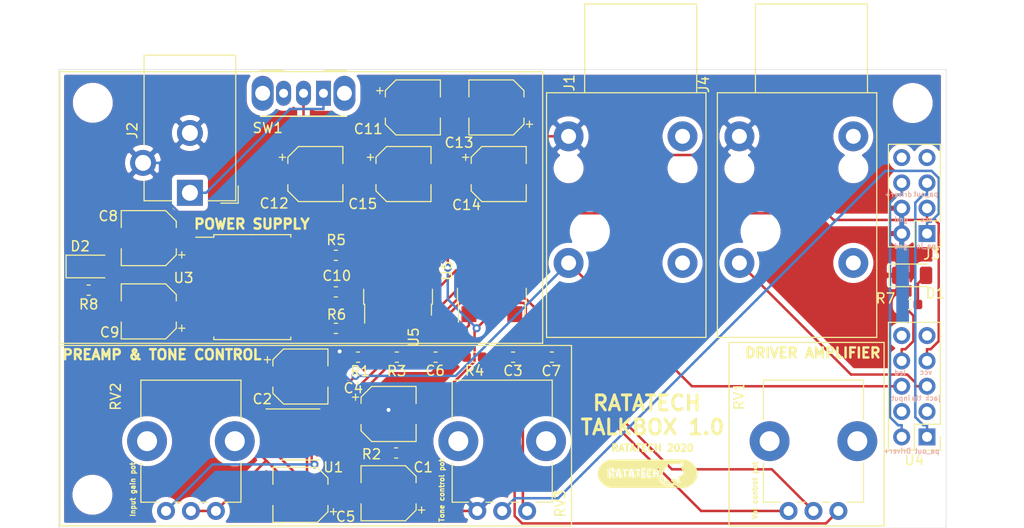
<source format=kicad_pcb>
(kicad_pcb (version 20171130) (host pcbnew "(5.1.4)-1")
  (title_block (title Talkbox) (date 2020-05-24) (rev 1.0) (company Ratatech))
  (layers (0 F.Cu signal) (31 B.Cu signal) (34 B.Paste user) (35 F.Paste user) (36 B.SilkS user) (37 F.SilkS user) (38 B.Mask user) (39 F.Mask user) (44 Edge.Cuts user))
  (net 0 "")
  (net 1 "Net-(C1-Pad1)")
  (net 2 VCC)
  (net 3 VDD)
  (net 4 "Net-(C9-Pad2)")
  (net 5 "Net-(C10-Pad2)")
  (net 6 "Net-(D1-Pad2)")
  (net 7 "Net-(D2-Pad2)")
  (net 8 input)
  (net 9 "Net-(R7-Pad2)")
  (net 10 preamp_output)
  (net 11 "Net-(C2-Pad2)")
  (net 12 driver_+)
  (net 13 pa_output)
  (net 14 pa_input)
  (net 15 "Net-(C3-Pad2)")
  (net 16 "Net-(C6-Pad1)")
  (net 17 "Net-(C7-Pad2)")
  (net 18 tone_control_output)
  (net 19 "Net-(C12-Pad1)")
  (net 20 "Net-(C9-Pad1)")
  (net 21 "Net-(C10-Pad1)")
  (net 22 "Net-(J2-Pad1)")
  (net 23 "Net-(J4-PadT)")
  (net 24 "Net-(R2-Pad2)")
  (net 25 "Net-(R5-Pad2)")
  (net 26 GND)
  (module Connector_BarrelJack:BarrelJack_CUI_PJ-102AH_Horizontal (layer F.Cu) (at 96.7359 80.264 180)
    (fp_text reference J2 (at 5.7785 0.1524 270) (layer F.SilkS))
    (fp_text value Barrel_Jack_Switch)
    (pad 3 thru_hole circle (at 4.7 -3.096 180) (size 2.6 2.6) (drill 1.6) (layers *.Cu *.Mask) (net 26 GND))
    (pad 2 thru_hole circle (at 0 -0.096 180) (size 2.6 2.6) (drill 1.6) (layers *.Cu *.Mask) (net 26 GND))
    (pad 1 thru_hole rect (at 0 -6.096 180) (size 2.6 2.6) (drill 1.6) (layers *.Cu *.Mask) (net 22 "Net-(J2-Pad1)"))
  )
  (module Connector_PinHeader_2.54mm:PinHeader_2x05_P2.54mm_Vertical (layer F.Cu) (at 170.675 110.846 180)
    (fp_text reference U4 (at 1.27 -2.33) (layer F.SilkS))
    (fp_text value SW_3PDT)
    (pad 10 thru_hole oval (at 2.54 10.16 180) (size 1.7 1.7) (drill 1) (layers *.Cu *.Mask))
    (pad 9 thru_hole oval (at 0 10.16 180) (size 1.7 1.7) (drill 1) (layers *.Cu *.Mask))
    (pad 8 thru_hole oval (at 2.54 7.62 180) (size 1.7 1.7) (drill 1) (layers *.Cu *.Mask) (net 9 "Net-(R7-Pad2)"))
    (pad 7 thru_hole oval (at 0 7.62 180) (size 1.7 1.7) (drill 1) (layers *.Cu *.Mask) (net 2 VCC))
    (pad 6 thru_hole oval (at 2.54 5.08 180) (size 1.7 1.7) (drill 1) (layers *.Cu *.Mask) (net 8 input))
    (pad 5 thru_hole oval (at 0 5.08 180) (size 1.7 1.7) (drill 1) (layers *.Cu *.Mask) (net 23 "Net-(J4-PadT)"))
    (pad 4 thru_hole oval (at 2.54 2.54 180) (size 1.7 1.7) (drill 1) (layers *.Cu *.Mask))
    (pad 3 thru_hole oval (at 0 2.54 180) (size 1.7 1.7) (drill 1) (layers *.Cu *.Mask))
    (pad 2 thru_hole oval (at 2.54 0 180) (size 1.7 1.7) (drill 1) (layers *.Cu *.Mask) (net 12 driver_+))
    (pad 1 thru_hole rect (at 0 0 180) (size 1.7 1.7) (drill 1) (layers *.Cu *.Mask) (net 13 pa_output))
  )
  (module Package_SO:SOIC-16W_7.5x10.3mm_P1.27mm (layer F.Cu) (at 102.997 95.8215)
    (fp_text reference U3 (at -6.8961 -0.9271) (layer F.SilkS))
    (fp_text value LT1054xSOIC16)
    (pad 16 smd roundrect (at 4.65 -4.445) (size 2.05 0.6) (layers F.Cu F.Paste F.Mask))
    (pad 15 smd roundrect (at 4.65 -3.175) (size 2.05 0.6) (layers F.Cu F.Paste F.Mask))
    (pad 14 smd roundrect (at 4.65 -1.905) (size 2.05 0.6) (layers F.Cu F.Paste F.Mask) (net 19 "Net-(C12-Pad1)"))
    (pad 13 smd roundrect (at 4.65 -0.635) (size 2.05 0.6) (layers F.Cu F.Paste F.Mask))
    (pad 12 smd roundrect (at 4.65 0.635) (size 2.05 0.6) (layers F.Cu F.Paste F.Mask) (net 25 "Net-(R5-Pad2)"))
    (pad 11 smd roundrect (at 4.65 1.905) (size 2.05 0.6) (layers F.Cu F.Paste F.Mask) (net 21 "Net-(C10-Pad1)"))
    (pad 10 smd roundrect (at 4.65 3.175) (size 2.05 0.6) (layers F.Cu F.Paste F.Mask))
    (pad 9 smd roundrect (at 4.65 4.445) (size 2.05 0.6) (layers F.Cu F.Paste F.Mask))
    (pad 8 smd roundrect (at -4.65 4.445) (size 2.05 0.6) (layers F.Cu F.Paste F.Mask))
    (pad 7 smd roundrect (at -4.65 3.175) (size 2.05 0.6) (layers F.Cu F.Paste F.Mask))
    (pad 6 smd roundrect (at -4.65 1.905) (size 2.05 0.6) (layers F.Cu F.Paste F.Mask) (net 4 "Net-(C9-Pad2)"))
    (pad 5 smd roundrect (at -4.65 0.635) (size 2.05 0.6) (layers F.Cu F.Paste F.Mask) (net 26 GND))
    (pad 4 smd roundrect (at -4.65 -0.635) (size 2.05 0.6) (layers F.Cu F.Paste F.Mask) (net 20 "Net-(C9-Pad1)"))
    (pad 3 smd roundrect (at -4.65 -1.905) (size 2.05 0.6) (layers F.Cu F.Paste F.Mask) (net 5 "Net-(C10-Pad2)"))
    (pad 2 smd roundrect (at -4.65 -3.175) (size 2.05 0.6) (layers F.Cu F.Paste F.Mask))
    (pad 1 smd roundrect (at -4.65 -4.445) (size 2.05 0.6) (layers F.Cu F.Paste F.Mask))
  )
  (module imgs:ratatech_bitmap_10x2.8mm (layer F.Cu) (at 142.6591 114.5286)
    (fp_text reference U2 hide)
    (fp_text value logo hide)
  )
  (module Resistor_SMD:R_0603_1608Metric (layer F.Cu) (at 111.379 92.6338 180)
    (fp_text reference R5 (at -0.0254 1.5367) (layer F.SilkS))
    (fp_text value 22K)
    (pad 2 smd roundrect (at 0.7875 0 180) (size 0.875 0.95) (layers F.Cu F.Paste F.Mask) (net 25 "Net-(R5-Pad2)"))
    (pad 1 smd roundrect (at -0.7875 0 180) (size 0.875 0.95) (layers F.Cu F.Paste F.Mask) (net 5 "Net-(C10-Pad2)"))
  )
  (module Resistor_SMD:R_0603_1608Metric (layer F.Cu) (at 125.268 102.845 180)
    (fp_text reference R4 (at -0.01778 -1.3589) (layer F.SilkS))
    (fp_text value 9.1K)
    (pad 2 smd roundrect (at 0.7875 0 180) (size 0.875 0.95) (layers F.Cu F.Paste F.Mask) (net 26 GND))
    (pad 1 smd roundrect (at -0.7875 0 180) (size 0.875 0.95) (layers F.Cu F.Paste F.Mask) (net 15 "Net-(C3-Pad2)"))
  )
  (module Resistor_SMD:R_0603_1608Metric (layer F.Cu) (at 117.49 102.845 180)
    (fp_text reference R3 (at 0.0127 -1.397) (layer F.SilkS))
    (fp_text value 9.1K)
    (pad 2 smd roundrect (at 0.7875 0 180) (size 0.875 0.95) (layers F.Cu F.Paste F.Mask) (net 10 preamp_output))
    (pad 1 smd roundrect (at -0.7875 0 180) (size 0.875 0.95) (layers F.Cu F.Paste F.Mask) (net 16 "Net-(C6-Pad1)"))
  )
  (module Connector_Audio_Extended:Jack_6.35mm_Neutrik_NRJ4HF-1_Horizontal (layer F.Cu) (at 151.854 80.6958 90)
    (fp_text reference J4 (at 5.1943 -3.5561 90) (layer F.SilkS))
    (fp_text value AudioJack2)
    (pad TN thru_hole circle (at -12.7 11.43 90) (size 3 3) (drill 1.5) (layers *.Cu *.Mask))
    (pad "" np_thru_hole circle (at -3.2 0 90) (size 2 2) (drill 2) (layers *.Cu *.Mask))
    (pad "" np_thru_hole circle (at -3.2 11.43 90) (size 2 2) (drill 2) (layers *.Cu *.Mask))
    (pad "" np_thru_hole circle (at -9.55 2.13 90) (size 3 3) (drill 3) (layers *.Cu *.Mask))
    (pad G thru_hole circle (at 0 11.43 90) (size 3 3) (drill 1.5) (layers *.Cu *.Mask))
    (pad S thru_hole circle (at 0 0 90) (size 3 3) (drill 1.5) (layers *.Cu *.Mask) (net 26 GND))
    (pad T thru_hole circle (at -12.7 0 90) (size 3 3) (drill 1.5) (layers *.Cu *.Mask) (net 23 "Net-(J4-PadT)"))
  )
  (module Connector_PinHeader_2.54mm:PinHeader_2x04_P2.54mm_Vertical (layer F.Cu) (at 170.675 90.4494 180)
    (fp_text reference J3 (at -0.4699 -2.0955) (layer F.SilkS))
    (fp_text value Conn_02x04_Odd_Even)
    (pad 8 thru_hole oval (at 2.54 7.62 180) (size 1.7 1.7) (drill 1) (layers *.Cu *.Mask))
    (pad 7 thru_hole oval (at 0 7.62 180) (size 1.7 1.7) (drill 1) (layers *.Cu *.Mask))
    (pad 6 thru_hole oval (at 2.54 5.08 180) (size 1.7 1.7) (drill 1) (layers *.Cu *.Mask) (net 12 driver_+))
    (pad 5 thru_hole oval (at 0 5.08 180) (size 1.7 1.7) (drill 1) (layers *.Cu *.Mask) (net 13 pa_output))
    (pad 4 thru_hole oval (at 2.54 2.54 180) (size 1.7 1.7) (drill 1) (layers *.Cu *.Mask) (net 26 GND))
    (pad 3 thru_hole oval (at 0 2.54 180) (size 1.7 1.7) (drill 1) (layers *.Cu *.Mask) (net 2 VCC))
    (pad 2 thru_hole oval (at 2.54 0 180) (size 1.7 1.7) (drill 1) (layers *.Cu *.Mask) (net 26 GND))
    (pad 1 thru_hole rect (at 0 0 180) (size 1.7 1.7) (drill 1) (layers *.Cu *.Mask) (net 14 pa_input))
  )
  (module Capacitor_SMD:CP_Elec_5x5.3 (layer F.Cu) (at 118.161 84.4804)
    (fp_text reference C15 (at -4.0894 2.9972) (layer F.SilkS))
    (fp_text value 1uF)
    (pad 2 smd roundrect (at 2.2 0) (size 3 1.6) (layers F.Cu F.Paste F.Mask) (roundrect_rratio 0.15625) (net 3 VDD))
    (pad 1 smd roundrect (at -2.2 0) (size 3 1.6) (layers F.Cu F.Paste F.Mask) (roundrect_rratio 0.15625) (net 26 GND))
  )
  (module Capacitor_SMD:C_0603_1608Metric (layer F.Cu) (at 111.379 96.2978)
    (fp_text reference C10 (at 0.0889 -1.6129) (layer F.SilkS))
    (fp_text value 0.002uF)
    (pad 2 smd roundrect (at 0.7875 0) (size 0.875 0.95) (layers F.Cu F.Paste F.Mask) (net 5 "Net-(C10-Pad2)"))
    (pad 1 smd roundrect (at -0.7875 0) (size 0.875 0.95) (layers F.Cu F.Paste F.Mask) (net 21 "Net-(C10-Pad1)"))
  )
  (module Capacitor_SMD:CP_Elec_5x5.3 (layer F.Cu) (at 92.6084 98.2599 180)
    (fp_text reference C9 (at 3.9243 -2.0955) (layer F.SilkS))
    (fp_text value 10uF)
    (pad 2 smd roundrect (at 2.2 0 180) (size 3 1.6) (layers F.Cu F.Paste F.Mask) (roundrect_rratio 0.15625) (net 4 "Net-(C9-Pad2)"))
    (pad 1 smd roundrect (at -2.2 0 180) (size 3 1.6) (layers F.Cu F.Paste F.Mask) (roundrect_rratio 0.15625) (net 20 "Net-(C9-Pad1)"))
  )
  (module Capacitor_SMD:C_0603_1608Metric (layer F.Cu) (at 133.045 102.845)
    (fp_text reference C7 (at -0.0635 1.3843) (layer F.SilkS))
    (fp_text value 4.7nF)
    (pad 2 smd roundrect (at 0.7875 0) (size 0.875 0.95) (layers F.Cu F.Paste F.Mask) (net 17 "Net-(C7-Pad2)"))
    (pad 1 smd roundrect (at -0.7875 0) (size 0.875 0.95) (layers F.Cu F.Paste F.Mask) (net 18 tone_control_output))
  )
  (module Capacitor_SMD:C_0603_1608Metric (layer F.Cu) (at 121.379 102.845)
    (fp_text reference C6 (at -0.04318 1.3589) (layer F.SilkS))
    (fp_text value 4.7nF)
    (pad 2 smd roundrect (at 0.7875 0) (size 0.875 0.95) (layers F.Cu F.Paste F.Mask) (net 26 GND))
    (pad 1 smd roundrect (at -0.7875 0) (size 0.875 0.95) (layers F.Cu F.Paste F.Mask) (net 16 "Net-(C6-Pad1)"))
  )
  (module Capacitor_SMD:CP_Elec_5x5.3 (layer F.Cu) (at 116.662 108.547)
    (fp_text reference C4 (at -3.5306 -2.5908) (layer F.SilkS))
    (fp_text value 100uF)
    (pad 2 smd roundrect (at 2.2 0) (size 3 1.6) (layers F.Cu F.Paste F.Mask) (roundrect_rratio 0.15625) (net 3 VDD))
    (pad 1 smd roundrect (at -2.2 0) (size 3 1.6) (layers F.Cu F.Paste F.Mask) (roundrect_rratio 0.15625) (net 26 GND))
  )
  (module Capacitor_SMD:C_0603_1608Metric (layer F.Cu) (at 129.156 102.845 180)
    (fp_text reference C3 (at 0.0128 -1.3716) (layer F.SilkS))
    (fp_text value 22pF)
    (pad 2 smd roundrect (at 0.7875 0 180) (size 0.875 0.95) (layers F.Cu F.Paste F.Mask) (net 15 "Net-(C3-Pad2)"))
    (pad 1 smd roundrect (at -0.7875 0 180) (size 0.875 0.95) (layers F.Cu F.Paste F.Mask) (net 10 preamp_output))
  )
  (module Capacitor_SMD:CP_Elec_5x5.3 (layer F.Cu) (at 107.823 104.788)
    (fp_text reference C2 (at -3.8227 2.2606) (layer F.SilkS))
    (fp_text value 10uF)
    (pad 2 smd roundrect (at 2.2 0) (size 3 1.6) (layers F.Cu F.Paste F.Mask) (roundrect_rratio 0.15625) (net 11 "Net-(C2-Pad2)"))
    (pad 1 smd roundrect (at -2.2 0) (size 3 1.6) (layers F.Cu F.Paste F.Mask) (roundrect_rratio 0.15625) (net 8 input))
  )
  (module Capacitor_SMD:CP_Elec_5x5.3 (layer F.Cu) (at 116.662 116.497 180)
    (fp_text reference C1 (at -3.4798 2.6035) (layer F.SilkS))
    (fp_text value 10uF)
    (pad 2 smd roundrect (at 2.2 0 180) (size 3 1.6) (layers F.Cu F.Paste F.Mask) (roundrect_rratio 0.15625) (net 26 GND))
    (pad 1 smd roundrect (at -2.2 0 180) (size 3 1.6) (layers F.Cu F.Paste F.Mask) (roundrect_rratio 0.15625) (net 1 "Net-(C1-Pad1)"))
  )
  (module MountingHole:MountingHole_3mm (layer F.Cu) (at 169.266 116.637)
    (fp_text reference H4)
    (fp_text value MountingHole)
    (pad 1 np_thru_hole circle (at 0 0) (size 3 3) (drill 3) (layers *.Cu *.Mask))
  )
  (module MountingHole:MountingHole_3mm (layer F.Cu) (at 86.9569 116.65)
    (fp_text reference H3)
    (fp_text value MountingHole)
    (pad 1 np_thru_hole circle (at 0 0) (size 3 3) (drill 3) (layers *.Cu *.Mask))
  )
  (module MountingHole:MountingHole_3mm (layer F.Cu) (at 169.24 77.3557)
    (fp_text reference H2)
    (fp_text value MountingHole)
    (pad 1 np_thru_hole circle (at 0 0) (size 3 3) (drill 3) (layers *.Cu *.Mask))
  )
  (module MountingHole:MountingHole_3mm (layer F.Cu) (at 86.995 77.3303)
    (fp_text reference H1)
    (fp_text value MountingHole)
    (pad 1 np_thru_hole circle (at 0 0) (size 3 3) (drill 3) (layers *.Cu *.Mask))
  )
  (module Potentiometer_THT:Potentiometer_Alps_RK09K_Single_Vertical (layer F.Cu) (at 96.7994 110.909)
    (fp_text reference RV2 (at -7.5057 -4.102 90) (layer F.SilkS))
    (fp_text value 20K)
    (pad "" np_thru_hole circle (at 4.44 0.366 90) (size 4 4) (drill 2) (layers *.Cu *.Mask))
    (pad "" np_thru_hole circle (at -4.36 0.366 90) (size 4 4) (drill 2) (layers *.Cu *.Mask))
    (pad 1 thru_hole circle (at 2.54 7.366 90) (size 1.8 1.8) (drill 1) (layers *.Cu *.Mask) (net 24 "Net-(R2-Pad2)"))
    (pad 2 thru_hole circle (at 0.04 7.366 90) (size 1.8 1.8) (drill 1) (layers *.Cu *.Mask) (net 24 "Net-(R2-Pad2)"))
    (pad 3 thru_hole circle (at -2.46 7.366 90) (size 1.8 1.8) (drill 1) (layers *.Cu *.Mask) (net 10 preamp_output))
  )
  (module Potentiometer_THT:Potentiometer_Alps_RK09K_Single_Vertical (layer F.Cu) (at 128.022 110.909)
    (fp_text reference RV3 (at 5.87375 6.6167 90) (layer F.SilkS))
    (fp_text value 10K)
    (pad "" np_thru_hole circle (at 4.44 0.366 90) (size 4 4) (drill 2) (layers *.Cu *.Mask))
    (pad "" np_thru_hole circle (at -4.36 0.366 90) (size 4 4) (drill 2) (layers *.Cu *.Mask))
    (pad 1 thru_hole circle (at 2.54 7.366 90) (size 1.8 1.8) (drill 1) (layers *.Cu *.Mask) (net 18 tone_control_output))
    (pad 2 thru_hole circle (at 0.04 7.366 90) (size 1.8 1.8) (drill 1) (layers *.Cu *.Mask) (net 14 pa_input))
    (pad 3 thru_hole circle (at -2.46 7.366 90) (size 1.8 1.8) (drill 1) (layers *.Cu *.Mask) (net 26 GND))
  )
  (module Potentiometer_THT:Potentiometer_Alps_RK09K_Single_Vertical (layer F.Cu) (at 159.245 110.909)
    (fp_text reference RV1 (at -7.4165 -4.1401 90) (layer F.SilkS))
    (fp_text value 10K)
    (pad "" np_thru_hole circle (at 4.44 0.366 90) (size 4 4) (drill 2) (layers *.Cu *.Mask))
    (pad "" np_thru_hole circle (at -4.36 0.366 90) (size 4 4) (drill 2) (layers *.Cu *.Mask))
    (pad 1 thru_hole circle (at 2.54 7.366 90) (size 1.8 1.8) (drill 1) (layers *.Cu *.Mask) (net 15 "Net-(C3-Pad2)"))
    (pad 2 thru_hole circle (at 0.04 7.366 90) (size 1.8 1.8) (drill 1) (layers *.Cu *.Mask) (net 17 "Net-(C7-Pad2)"))
    (pad 3 thru_hole circle (at -2.46 7.366 90) (size 1.8 1.8) (drill 1) (layers *.Cu *.Mask) (net 16 "Net-(C6-Pad1)"))
  )
  (module Button_Switch_THT:SW_CuK_OS102011MA1QN1_SPDT_Angled (layer F.Cu) (at 110.896 76.3778 180)
    (fp_text reference SW1 (at 6.35 -3.4798 180) (layer F.SilkS))
    (fp_text value SW_SPST)
    (pad "" thru_hole oval (at 6.862 0 180) (size 2.2 3.5) (drill 1.5) (layers *.Cu *.Mask))
    (pad "" thru_hole oval (at -1.338 0 180) (size 2.2 3.5) (drill 1.5) (layers *.Cu *.Mask))
    (pad 3 thru_hole oval (at 4.762 0 180) (size 1.5 2.5) (drill 0.9) (layers *.Cu *.Mask))
    (pad 2 thru_hole oval (at 2.762 0 180) (size 1.5 2.5) (drill 0.9) (layers *.Cu *.Mask) (net 19 "Net-(C12-Pad1)"))
    (pad 1 thru_hole rect (at 0.762 0 180) (size 1.5 2.5) (drill 0.9) (layers *.Cu *.Mask) (net 22 "Net-(J2-Pad1)"))
  )
  (module Connector_Audio_Extended:Jack_6.35mm_Neutrik_NRJ4HF-1_Horizontal (layer F.Cu) (at 134.722 80.4418 90)
    (fp_text reference J1 (at 5.1054 0.0762 90) (layer F.SilkS))
    (fp_text value AudioJack2)
    (pad TN thru_hole circle (at -12.954 11.43 90) (size 3 3) (drill 1.5) (layers *.Cu *.Mask))
    (pad "" np_thru_hole circle (at -3.454 0 90) (size 2 2) (drill 2) (layers *.Cu *.Mask))
    (pad "" np_thru_hole circle (at -3.454 11.43 90) (size 2 2) (drill 2) (layers *.Cu *.Mask))
    (pad "" np_thru_hole circle (at -9.804 2.13 90) (size 3 3) (drill 3) (layers *.Cu *.Mask))
    (pad G thru_hole circle (at -0.254 11.43 90) (size 3 3) (drill 1.5) (layers *.Cu *.Mask))
    (pad S thru_hole circle (at -0.254 0 90) (size 3 3) (drill 1.5) (layers *.Cu *.Mask) (net 26 GND))
    (pad T thru_hole circle (at -12.954 0 90) (size 3 3) (drill 1.5) (layers *.Cu *.Mask) (net 8 input))
  )
  (module Package_TO_SOT_SMD:ATPAK-2 (layer F.Cu) (at 127.025 94.1832 90)
    (fp_text reference U6 (at 0 -4.5 90) (layer F.SilkS))
    (fp_text value LM7912_TO220)
    (pad 2 smd rect (at 0.05 1.7 90) (size 3.2 3.1) (layers F.Cu F.Paste) (net 21 "Net-(C10-Pad1)"))
    (pad 2 smd rect (at 3.55 -1.7 90) (size 3.2 3.1) (layers F.Cu F.Paste) (net 21 "Net-(C10-Pad1)"))
    (pad 2 smd rect (at 0.05 -1.7 90) (size 3.2 3.1) (layers F.Cu F.Paste) (net 21 "Net-(C10-Pad1)"))
    (pad 2 smd rect (at 3.55 1.7 90) (size 3.2 3.1) (layers F.Cu F.Paste) (net 21 "Net-(C10-Pad1)"))
    (pad 2 smd rect (at 1.8 0 90) (size 6.7 6.5) (layers F.Cu F.Mask) (net 21 "Net-(C10-Pad1)"))
    (pad 3 smd rect (at -4.35 2.3 90) (size 1.6 1.5) (layers F.Cu F.Paste F.Mask) (net 3 VDD))
    (pad 1 smd rect (at -4.35 -2.3 90) (size 1.6 1.5) (layers F.Cu F.Paste F.Mask) (net 26 GND))
  )
  (module Package_TO_SOT_SMD:ATPAK-2 (layer F.Cu) (at 117.615 94.2848 90)
    (fp_text reference U5 (at -6.5786 1.5621 90) (layer F.SilkS))
    (fp_text value LM7812_TO220)
    (pad 2 smd rect (at 0.05 1.7 90) (size 3.2 3.1) (layers F.Cu F.Paste) (net 26 GND))
    (pad 2 smd rect (at 3.55 -1.7 90) (size 3.2 3.1) (layers F.Cu F.Paste) (net 26 GND))
    (pad 2 smd rect (at 0.05 -1.7 90) (size 3.2 3.1) (layers F.Cu F.Paste) (net 26 GND))
    (pad 2 smd rect (at 3.55 1.7 90) (size 3.2 3.1) (layers F.Cu F.Paste) (net 26 GND))
    (pad 2 smd rect (at 1.8 0 90) (size 6.7 6.5) (layers F.Cu F.Mask) (net 26 GND))
    (pad 3 smd rect (at -4.35 2.3 90) (size 1.6 1.5) (layers F.Cu F.Paste F.Mask) (net 2 VCC))
    (pad 1 smd rect (at -4.35 -2.3 90) (size 1.6 1.5) (layers F.Cu F.Paste F.Mask) (net 19 "Net-(C12-Pad1)"))
  )
  (module Package_SO:SOIC-8_3.9x4.9mm_P1.27mm (layer F.Cu) (at 107.823 110.604)
    (fp_text reference U1 (at 3.302 3.2893) (layer F.SilkS))
    (fp_text value TL071)
    (pad 8 smd roundrect (at 2.475 -1.905) (size 1.95 0.6) (layers F.Cu F.Paste F.Mask))
    (pad 7 smd roundrect (at 2.475 -0.635) (size 1.95 0.6) (layers F.Cu F.Paste F.Mask) (net 2 VCC))
    (pad 6 smd roundrect (at 2.475 0.635) (size 1.95 0.6) (layers F.Cu F.Paste F.Mask) (net 10 preamp_output))
    (pad 5 smd roundrect (at 2.475 1.905) (size 1.95 0.6) (layers F.Cu F.Paste F.Mask))
    (pad 4 smd roundrect (at -2.475 1.905) (size 1.95 0.6) (layers F.Cu F.Paste F.Mask) (net 3 VDD))
    (pad 3 smd roundrect (at -2.475 0.635) (size 1.95 0.6) (layers F.Cu F.Paste F.Mask) (net 11 "Net-(C2-Pad2)"))
    (pad 2 smd roundrect (at -2.475 -0.635) (size 1.95 0.6) (layers F.Cu F.Paste F.Mask) (net 24 "Net-(R2-Pad2)"))
    (pad 1 smd roundrect (at -2.475 -1.905) (size 1.95 0.6) (layers F.Cu F.Paste F.Mask))
  )
  (module Resistor_SMD:R_0603_1608Metric (layer F.Cu) (at 86.5813 96.1263 180)
    (fp_text reference R8 (at 0 -1.43) (layer F.SilkS))
    (fp_text value 470)
    (pad 2 smd roundrect (at 0.7875 0 180) (size 0.875 0.95) (layers F.Cu F.Paste F.Mask) (net 2 VCC))
    (pad 1 smd roundrect (at -0.7875 0 180) (size 0.875 0.95) (layers F.Cu F.Paste F.Mask) (net 7 "Net-(D2-Pad2)"))
  )
  (module Resistor_SMD:R_0603_1608Metric (layer F.Cu) (at 168.974 97.5614 180)
    (fp_text reference R7 (at 2.4638 0.6096) (layer F.SilkS))
    (fp_text value 470)
    (pad 2 smd roundrect (at 0.7875 0 180) (size 0.875 0.95) (layers F.Cu F.Paste F.Mask) (net 9 "Net-(R7-Pad2)"))
    (pad 1 smd roundrect (at -0.7875 0 180) (size 0.875 0.95) (layers F.Cu F.Paste F.Mask) (net 6 "Net-(D1-Pad2)"))
  )
  (module Resistor_SMD:R_0603_1608Metric (layer F.Cu) (at 111.379 99.9617 180)
    (fp_text reference R6 (at -0.0635 1.3843) (layer F.SilkS))
    (fp_text value 240K)
    (pad 2 smd roundrect (at 0.7875 0 180) (size 0.875 0.95) (layers F.Cu F.Paste F.Mask) (net 21 "Net-(C10-Pad1)"))
    (pad 1 smd roundrect (at -0.7875 0 180) (size 0.875 0.95) (layers F.Cu F.Paste F.Mask) (net 5 "Net-(C10-Pad2)"))
  )
  (module Resistor_SMD:R_0603_1608Metric (layer F.Cu) (at 117.424 112.458 180)
    (fp_text reference R2 (at 2.47142 -0.127) (layer F.SilkS))
    (fp_text value 2k)
    (pad 2 smd roundrect (at 0.7875 0 180) (size 0.875 0.95) (layers F.Cu F.Paste F.Mask) (net 24 "Net-(R2-Pad2)"))
    (pad 1 smd roundrect (at -0.7875 0 180) (size 0.875 0.95) (layers F.Cu F.Paste F.Mask) (net 1 "Net-(C1-Pad1)"))
  )
  (module Resistor_SMD:R_0603_1608Metric (layer F.Cu) (at 113.602 102.845 180)
    (fp_text reference R1 (at -0.2154 -1.4093) (layer F.SilkS))
    (fp_text value 1000k)
    (pad 2 smd roundrect (at 0.7875 0 180) (size 0.875 0.95) (layers F.Cu F.Paste F.Mask) (net 11 "Net-(C2-Pad2)"))
    (pad 1 smd roundrect (at -0.7875 0 180) (size 0.875 0.95) (layers F.Cu F.Paste F.Mask) (net 26 GND))
  )
  (module LED_SMD:LED_1206_3216Metric (layer F.Cu) (at 86.6013 93.7514)
    (fp_text reference D2 (at -0.8763 -2.032) (layer F.SilkS))
    (fp_text value LED)
    (pad 2 smd roundrect (at 1.4 0) (size 1.25 1.75) (layers F.Cu F.Paste F.Mask) (roundrect_rratio 0.2) (net 7 "Net-(D2-Pad2)"))
    (pad 1 smd roundrect (at -1.4 0) (size 1.25 1.75) (layers F.Cu F.Paste F.Mask) (roundrect_rratio 0.2) (net 26 GND))
  )
  (module LED_SMD:LED_1206_3216Metric (layer F.Cu) (at 169.176 94.6404)
    (fp_text reference D1 (at 2.337 1.8034) (layer F.SilkS))
    (fp_text value LED)
    (pad 2 smd roundrect (at 1.4 0) (size 1.25 1.75) (layers F.Cu F.Paste F.Mask) (roundrect_rratio 0.2) (net 6 "Net-(D1-Pad2)"))
    (pad 1 smd roundrect (at -1.4 0) (size 1.25 1.75) (layers F.Cu F.Paste F.Mask) (roundrect_rratio 0.2) (net 26 GND))
  )
  (module Capacitor_SMD:CP_Elec_5x5.3 (layer F.Cu) (at 127.711 84.4804)
    (fp_text reference C14 (at -3.2258 3.0988) (layer F.SilkS))
    (fp_text value 1uF)
    (pad 2 smd roundrect (at 2.2 0) (size 3 1.6) (layers F.Cu F.Paste F.Mask) (roundrect_rratio 0.15625) (net 26 GND))
    (pad 1 smd roundrect (at -2.2 0) (size 3 1.6) (layers F.Cu F.Paste F.Mask) (roundrect_rratio 0.15625) (net 2 VCC))
  )
  (module Capacitor_SMD:CP_Elec_5x5.3 (layer F.Cu) (at 127.483 77.8002 180)
    (fp_text reference C13 (at 3.7465 -3.5306) (layer F.SilkS))
    (fp_text value 2uF)
    (pad 2 smd roundrect (at 2.2 0 180) (size 3 1.6) (layers F.Cu F.Paste F.Mask) (roundrect_rratio 0.15625) (net 21 "Net-(C10-Pad1)"))
    (pad 1 smd roundrect (at -2.2 0 180) (size 3 1.6) (layers F.Cu F.Paste F.Mask) (roundrect_rratio 0.15625) (net 26 GND))
  )
  (module Capacitor_SMD:CP_Elec_5x5.3 (layer F.Cu) (at 109.322 84.4804)
    (fp_text reference C12 (at -4.1402 2.9464) (layer F.SilkS))
    (fp_text value 2uF)
    (pad 2 smd roundrect (at 2.2 0) (size 3 1.6) (layers F.Cu F.Paste F.Mask) (roundrect_rratio 0.15625) (net 26 GND))
    (pad 1 smd roundrect (at -2.2 0) (size 3 1.6) (layers F.Cu F.Paste F.Mask) (roundrect_rratio 0.15625) (net 19 "Net-(C12-Pad1)"))
  )
  (module Capacitor_SMD:CP_Elec_5x5.3 (layer F.Cu) (at 119.101 77.8002)
    (fp_text reference C11 (at -4.4704 2.159) (layer F.SilkS))
    (fp_text value 100uF)
    (pad 2 smd roundrect (at 2.2 0) (size 3 1.6) (layers F.Cu F.Paste F.Mask) (roundrect_rratio 0.15625) (net 21 "Net-(C10-Pad1)"))
    (pad 1 smd roundrect (at -2.2 0) (size 3 1.6) (layers F.Cu F.Paste F.Mask) (roundrect_rratio 0.15625) (net 26 GND))
  )
  (module Capacitor_SMD:CP_Elec_5x5.3 (layer F.Cu) (at 92.6084 90.9066 180)
    (fp_text reference C8 (at 4.064 2.2098) (layer F.SilkS))
    (fp_text value 2uF)
    (pad 2 smd roundrect (at 2.2 0 180) (size 3 1.6) (layers F.Cu F.Paste F.Mask) (roundrect_rratio 0.15625) (net 26 GND))
    (pad 1 smd roundrect (at -2.2 0 180) (size 3 1.6) (layers F.Cu F.Paste F.Mask) (roundrect_rratio 0.15625) (net 19 "Net-(C12-Pad1)"))
  )
  (module Capacitor_SMD:CP_Elec_5x5.3 (layer F.Cu) (at 107.823 116.662 180)
    (fp_text reference C5 (at -4.5339 -2.1844) (layer F.SilkS))
    (fp_text value 100uF)
    (pad 2 smd roundrect (at 2.2 0 180) (size 3 1.6) (layers F.Cu F.Paste F.Mask) (roundrect_rratio 0.15625) (net 26 GND))
    (pad 1 smd roundrect (at -2.2 0 180) (size 3 1.6) (layers F.Cu F.Paste F.Mask) (roundrect_rratio 0.15625) (net 2 VCC))
  )
  (gr_text pa_out (at 170.561 86.487) (layer B.SilkS) (effects (font (size 0.5 0.5) (thickness 0.1)) (justify mirror)))
  (gr_text driver+ (at 167.7924 86.5251) (layer B.SilkS) (effects (font (size 0.5 0.5) (thickness 0.1)) (justify mirror)))
  (gr_text vcc (at 170.5991 89.0397) (layer B.SilkS) (effects (font (size 0.5 0.5) (thickness 0.1)) (justify mirror)))
  (gr_text gnd (at 168.0845 89.0397) (layer B.SilkS) (effects (font (size 0.5 0.5) (thickness 0.1)) (justify mirror)))
  (gr_text gnd (at 168.0464 91.7067) (layer B.SilkS) (effects (font (size 0.5 0.5) (thickness 0.1)) (justify mirror)))
  (gr_text pa_in (at 170.5864 91.7067) (layer B.SilkS) (effects (font (size 0.5 0.5) (thickness 0.1)) (justify mirror)))
  (gr_text led (at 167.9702 104.4067) (layer B.SilkS) (effects (font (size 0.5 0.5) (thickness 0.1)) (justify mirror)))
  (gr_text vcc (at 170.561 104.3559) (layer B.SilkS) (effects (font (size 0.5 0.5) (thickness 0.1)) (justify mirror)))
  (gr_text "jack tip" (at 170.5864 106.9467) (layer B.SilkS) (effects (font (size 0.5 0.5) (thickness 0.1)) (justify mirror)))
  (gr_text input (at 168.0464 106.9721) (layer B.SilkS) (effects (font (size 0.5 0.5) (thickness 0.1)) (justify mirror)))
  (gr_text pa_out (at 170.688 112.268) (layer B.SilkS) (effects (font (size 0.5 0.5) (thickness 0.1)) (justify mirror)))
  (gr_text Driver+ (at 167.6781 112.2553) (layer B.SilkS) (effects (font (size 0.5 0.5) (thickness 0.1)) (justify mirror)))
  (gr_text "Input gain pot" (at 91.0082 116.1161 90) (layer F.SilkS) (effects (font (size 0.5 0.5) (thickness 0.125))))
  (gr_text "Tone control pot" (at 121.9962 116.2177 90) (layer F.SilkS) (effects (font (size 0.5 0.5) (thickness 0.125))))
  (gr_text "Vol control pot" (at 153.416 116.2304 90) (layer F.SilkS) (effects (font (size 0.5 0.5) (thickness 0.125))))
  (gr_text "RATATECH 2020" (at 143.1417 111.9632) (layer F.SilkS) (effects (font (size 0.7 0.7) (thickness 0.175))))
  (gr_text "RATATECH \nTALKBOX 1.0" (at 143.1417 108.6612) (layer F.SilkS) (effects (font (size 1.5 1.5) (thickness 0.3))))
  (gr_line (start 83.7057 119.7737) (end 103.2129 119.7737) (layer F.SilkS) (width 0.12))
  (gr_line (start 83.7057 101.6762) (end 83.7057 119.7991) (layer F.SilkS) (width 0.12))
  (gr_line (start 102.9716 101.6762) (end 83.7057 101.6762) (layer F.SilkS) (width 0.12))
  (gr_text "PREAMP & TONE CONTROL" (at 93.9292 102.6033) (layer F.SilkS) (effects (font (size 1 1) (thickness 0.25))))
  (gr_line (start 102.9716 101.6762) (end 135.0137 101.6762) (layer F.SilkS) (width 0.12))
  (gr_line (start 135.0137 119.7737) (end 103.2129 119.7737) (layer F.SilkS) (width 0.12))
  (gr_line (start 135.0137 101.6762) (end 135.0137 119.7737) (layer F.SilkS) (width 0.12))
  (gr_text "DRIVER AMPLIFIER\n" (at 159.2199 102.4255) (layer F.SilkS) (effects (font (size 1 1) (thickness 0.25))))
  (gr_line (start 166.37 101.3714) (end 150.8125 101.3714) (layer F.SilkS) (width 0.12))
  (gr_line (start 166.37 119.7737) (end 166.37 101.3714) (layer F.SilkS) (width 0.12))
  (gr_line (start 150.8379 119.7737) (end 166.37 119.7737) (layer F.SilkS) (width 0.12))
  (gr_line (start 150.8125 101.3714) (end 150.8125 119.7737) (layer F.SilkS) (width 0.12))
  (gr_text "POWER SUPPLY" (at 102.9462 89.4969) (layer F.SilkS) (effects (font (size 1 1) (thickness 0.25))))
  (gr_line (start 83.7057 74.2061) (end 83.7057 101.4603) (layer F.SilkS) (width 0.12))
  (gr_line (start 132.1181 74.2061) (end 83.7057 74.2061) (layer F.SilkS) (width 0.12))
  (gr_line (start 132.1181 101.4603) (end 132.1181 74.2061) (layer F.SilkS) (width 0.12))
  (gr_line (start 83.7057 101.4603) (end 132.1181 101.4603) (layer F.SilkS) (width 0.12))
  (gr_line (start 83.5914 73.9902) (end 172.593 73.9902) (layer Edge.Cuts) (width 0.05))
  (gr_line (start 83.5914 119.9896) (end 83.5914 73.9902) (layer Edge.Cuts) (width 0.05))
  (gr_line (start 172.593 119.9896) (end 83.5914 119.9896) (layer Edge.Cuts) (width 0.05))
  (gr_line (start 172.593 73.9902) (end 172.593 119.9896) (layer Edge.Cuts) (width 0.05))
  (segment (start 118.862 116.497) (end 118.2115 115.8465) (width 0.25) (layer F.Cu) (net 1))
  (segment (start 118.2115 115.8465) (end 118.2115 112.458) (width 0.25) (layer F.Cu) (net 1))
  (segment (start 110.298 109.969) (end 109.8797 109.969) (width 0.25) (layer F.Cu) (net 2))
  (segment (start 109.8797 109.969) (end 108.4791 111.3696) (width 0.25) (layer F.Cu) (net 2))
  (segment (start 108.4791 111.3696) (end 108.4791 115.1181) (width 0.25) (layer F.Cu) (net 2))
  (segment (start 108.4791 115.1181) (end 110.023 116.662) (width 0.25) (layer F.Cu) (net 2))
  (segment (start 115.3867 102.0878) (end 115.3867 104.0833) (width 0.25) (layer F.Cu) (net 2))
  (segment (start 115.3867 104.0833) (end 111.599 107.871) (width 0.25) (layer F.Cu) (net 2))
  (segment (start 111.599 107.871) (end 111.599 109.1411) (width 0.25) (layer F.Cu) (net 2))
  (segment (start 111.599 109.1411) (end 110.7711 109.969) (width 0.25) (layer F.Cu) (net 2))
  (segment (start 110.7711 109.969) (end 110.298 109.969) (width 0.25) (layer F.Cu) (net 2))
  (segment (start 115.3867 102.0878) (end 114.8464 101.5475) (width 0.25) (layer F.Cu) (net 2))
  (segment (start 114.8464 101.5475) (end 90.9886 101.5475) (width 0.25) (layer F.Cu) (net 2))
  (segment (start 90.9886 101.5475) (end 85.7938 96.3527) (width 0.25) (layer F.Cu) (net 2))
  (segment (start 85.7938 96.3527) (end 85.7938 96.1263) (width 0.25) (layer F.Cu) (net 2))
  (segment (start 115.3867 102.0878) (end 118.8397 98.6348) (width 0.25) (layer F.Cu) (net 2))
  (segment (start 119.915 98.6348) (end 118.8397 98.6348) (width 0.25) (layer F.Cu) (net 2))
  (segment (start 130.6072 88.8633) (end 126.2243 84.4804) (width 0.25) (layer F.Cu) (net 2))
  (segment (start 126.2243 84.4804) (end 125.511 84.4804) (width 0.25) (layer F.Cu) (net 2))
  (segment (start 120.9903 98.6348) (end 123.2764 96.3487) (width 0.25) (layer F.Cu) (net 2))
  (segment (start 123.2764 96.3487) (end 130.1901 96.3487) (width 0.25) (layer F.Cu) (net 2))
  (segment (start 130.1901 96.3487) (end 130.6072 95.9316) (width 0.25) (layer F.Cu) (net 2))
  (segment (start 130.6072 95.9316) (end 130.6072 88.8633) (width 0.25) (layer F.Cu) (net 2))
  (segment (start 130.6072 88.8633) (end 131.0595 88.411) (width 0.25) (layer F.Cu) (net 2))
  (segment (start 131.0595 88.411) (end 160.6273 88.411) (width 0.25) (layer F.Cu) (net 2))
  (segment (start 160.6273 88.411) (end 161.301 89.0847) (width 0.25) (layer F.Cu) (net 2))
  (segment (start 161.301 89.0847) (end 170.675 89.0847) (width 0.25) (layer F.Cu) (net 2))
  (segment (start 119.915 98.6348) (end 120.9903 98.6348) (width 0.25) (layer F.Cu) (net 2))
  (segment (start 170.675 103.226) (end 170.675 102.0507) (width 0.25) (layer F.Cu) (net 2))
  (segment (start 170.675 87.9094) (end 170.675 89.0847) (width 0.25) (layer F.Cu) (net 2))
  (segment (start 170.675 89.0847) (end 171.483 89.0847) (width 0.25) (layer F.Cu) (net 2))
  (segment (start 171.483 89.0847) (end 171.8503 89.452) (width 0.25) (layer F.Cu) (net 2))
  (segment (start 171.8503 89.452) (end 171.8503 101.2428) (width 0.25) (layer F.Cu) (net 2))
  (segment (start 171.8503 101.2428) (end 171.0424 102.0507) (width 0.25) (layer F.Cu) (net 2))
  (segment (start 171.0424 102.0507) (end 170.675 102.0507) (width 0.25) (layer F.Cu) (net 2))
  (segment (start 122.6026 93.8782) (end 122.6026 86.722) (width 0.25) (layer F.Cu) (net 3))
  (segment (start 122.6026 86.722) (end 120.361 84.4804) (width 0.25) (layer F.Cu) (net 3))
  (segment (start 125.5019 99.9469) (end 122.6026 97.0476) (width 0.25) (layer B.Cu) (net 3))
  (segment (start 122.6026 97.0476) (end 122.6026 93.8782) (width 0.25) (layer B.Cu) (net 3))
  (segment (start 125.5019 99.9469) (end 125.291 100.1578) (width 0.25) (layer F.Cu) (net 3))
  (segment (start 125.291 100.1578) (end 125.291 103.2826) (width 0.25) (layer F.Cu) (net 3))
  (segment (start 125.291 103.2826) (end 120.0266 108.547) (width 0.25) (layer F.Cu) (net 3))
  (segment (start 120.0266 108.547) (end 118.862 108.547) (width 0.25) (layer F.Cu) (net 3))
  (segment (start 128.2497 98.5332) (end 126.9156 98.5332) (width 0.25) (layer F.Cu) (net 3))
  (segment (start 126.9156 98.5332) (end 125.5019 99.9469) (width 0.25) (layer F.Cu) (net 3))
  (segment (start 105.348 112.509) (end 107.9409 115.1019) (width 0.25) (layer F.Cu) (net 3))
  (segment (start 107.9409 115.1019) (end 107.9409 117.2194) (width 0.25) (layer F.Cu) (net 3))
  (segment (start 107.9409 117.2194) (end 108.5174 117.7959) (width 0.25) (layer F.Cu) (net 3))
  (segment (start 108.5174 117.7959) (end 111.5569 117.7959) (width 0.25) (layer F.Cu) (net 3))
  (segment (start 111.5569 117.7959) (end 111.8747 117.4781) (width 0.25) (layer F.Cu) (net 3))
  (segment (start 111.8747 117.4781) (end 111.8747 115.5343) (width 0.25) (layer F.Cu) (net 3))
  (segment (start 111.8747 115.5343) (end 118.862 108.547) (width 0.25) (layer F.Cu) (net 3))
  (segment (start 129.325 98.5332) (end 128.2497 98.5332) (width 0.25) (layer F.Cu) (net 3))
  (via (at 122.6026 93.8782) (size 0.8) (layers F.Cu B.Cu) (net 3))
  (via (at 125.5019 99.9469) (size 0.8) (layers F.Cu B.Cu) (net 3))
  (segment (start 90.4084 98.2599) (end 91.5351 99.3866) (width 0.25) (layer F.Cu) (net 4))
  (segment (start 91.5351 99.3866) (end 96.3438 99.3866) (width 0.25) (layer F.Cu) (net 4))
  (segment (start 96.3438 99.3866) (end 96.656 99.0744) (width 0.25) (layer F.Cu) (net 4))
  (segment (start 96.656 99.0744) (end 96.656 98.9863) (width 0.25) (layer F.Cu) (net 4))
  (segment (start 96.656 98.9863) (end 97.9158 97.7265) (width 0.25) (layer F.Cu) (net 4))
  (segment (start 97.9158 97.7265) (end 98.347 97.7265) (width 0.25) (layer F.Cu) (net 4))
  (segment (start 111.3407 95.472) (end 112.1665 96.2978) (width 0.25) (layer F.Cu) (net 5))
  (segment (start 98.347 93.9165) (end 102.1062 93.9165) (width 0.25) (layer F.Cu) (net 5))
  (segment (start 102.1062 93.9165) (end 105.2812 97.0915) (width 0.25) (layer F.Cu) (net 5))
  (segment (start 105.2812 97.0915) (end 108.7756 97.0915) (width 0.25) (layer F.Cu) (net 5))
  (segment (start 108.7756 97.0915) (end 109.7881 96.079) (width 0.25) (layer F.Cu) (net 5))
  (segment (start 109.7881 96.079) (end 109.7881 95.8474) (width 0.25) (layer F.Cu) (net 5))
  (segment (start 109.7881 95.8474) (end 110.1635 95.472) (width 0.25) (layer F.Cu) (net 5))
  (segment (start 110.1635 95.472) (end 111.3407 95.472) (width 0.25) (layer F.Cu) (net 5))
  (segment (start 111.3407 95.472) (end 111.3407 93.4596) (width 0.25) (layer F.Cu) (net 5))
  (segment (start 111.3407 93.4596) (end 112.1665 92.6338) (width 0.25) (layer F.Cu) (net 5))
  (segment (start 112.1665 99.9617) (end 112.1665 96.2978) (width 0.25) (layer F.Cu) (net 5))
  (segment (start 170.576 94.6404) (end 169.7615 95.4549) (width 0.25) (layer F.Cu) (net 6))
  (segment (start 169.7615 95.4549) (end 169.7615 97.5614) (width 0.25) (layer F.Cu) (net 6))
  (segment (start 88.0013 93.7514) (end 87.3688 94.3839) (width 0.25) (layer F.Cu) (net 7))
  (segment (start 87.3688 94.3839) (end 87.3688 96.1263) (width 0.25) (layer F.Cu) (net 7))
  (segment (start 105.623 104.788) (end 106.7541 105.9191) (width 0.25) (layer F.Cu) (net 8))
  (segment (start 106.7541 105.9191) (end 112.1515 105.9191) (width 0.25) (layer F.Cu) (net 8))
  (segment (start 112.1515 105.9191) (end 113.3432 104.7274) (width 0.25) (layer F.Cu) (net 8))
  (segment (start 134.722 93.3958) (end 123.3904 104.7274) (width 0.25) (layer B.Cu) (net 8))
  (segment (start 123.3904 104.7274) (end 113.3432 104.7274) (width 0.25) (layer B.Cu) (net 8))
  (segment (start 168.135 105.766) (end 147.0922 105.766) (width 0.25) (layer F.Cu) (net 8))
  (segment (start 147.0922 105.766) (end 134.722 93.3958) (width 0.25) (layer F.Cu) (net 8))
  (via (at 113.3432 104.7274) (size 0.8) (layers F.Cu B.Cu) (net 8))
  (segment (start 168.135 103.226) (end 168.135 102.0507) (width 0.25) (layer F.Cu) (net 9))
  (segment (start 168.1865 97.5614) (end 169.3103 98.6852) (width 0.25) (layer F.Cu) (net 9))
  (segment (start 169.3103 98.6852) (end 169.3103 101.2428) (width 0.25) (layer F.Cu) (net 9))
  (segment (start 169.3103 101.2428) (end 168.5024 102.0507) (width 0.25) (layer F.Cu) (net 9))
  (segment (start 168.5024 102.0507) (end 168.135 102.0507) (width 0.25) (layer F.Cu) (net 9))
  (segment (start 110.298 111.239) (end 109.8196 111.239) (width 0.25) (layer F.Cu) (net 10))
  (segment (start 109.8196 111.239) (end 108.9505 112.1081) (width 0.25) (layer F.Cu) (net 10))
  (segment (start 108.9505 112.1081) (end 108.9505 113.3228) (width 0.25) (layer F.Cu) (net 10))
  (segment (start 108.9505 113.3228) (end 109.2341 113.6064) (width 0.25) (layer F.Cu) (net 10))
  (segment (start 94.3394 118.275) (end 99.008 113.6064) (width 0.25) (layer B.Cu) (net 10))
  (segment (start 99.008 113.6064) (end 109.2341 113.6064) (width 0.25) (layer B.Cu) (net 10))
  (segment (start 116.7025 103.7018) (end 116.7025 102.845) (width 0.25) (layer F.Cu) (net 10))
  (segment (start 110.298 111.239) (end 110.7358 111.239) (width 0.25) (layer F.Cu) (net 10))
  (segment (start 110.7358 111.239) (end 112.1833 109.7915) (width 0.25) (layer F.Cu) (net 10))
  (segment (start 112.1833 109.7915) (end 112.1833 108.1871) (width 0.25) (layer F.Cu) (net 10))
  (segment (start 112.1833 108.1871) (end 116.6686 103.7018) (width 0.25) (layer F.Cu) (net 10))
  (segment (start 116.6686 103.7018) (end 116.7025 103.7018) (width 0.25) (layer F.Cu) (net 10))
  (segment (start 116.7025 103.7018) (end 120.9914 103.7018) (width 0.25) (layer F.Cu) (net 10))
  (segment (start 120.9914 103.7018) (end 121.379 103.3142) (width 0.25) (layer F.Cu) (net 10))
  (segment (start 121.379 103.3142) (end 121.379 99.8643) (width 0.25) (layer F.Cu) (net 10))
  (segment (start 121.379 99.8643) (end 123.8377 97.4056) (width 0.25) (layer F.Cu) (net 10))
  (segment (start 123.8377 97.4056) (end 130.2104 97.4056) (width 0.25) (layer F.Cu) (net 10))
  (segment (start 130.2104 97.4056) (end 130.4269 97.6221) (width 0.25) (layer F.Cu) (net 10))
  (segment (start 130.4269 97.6221) (end 130.4269 102.3616) (width 0.25) (layer F.Cu) (net 10))
  (segment (start 130.4269 102.3616) (end 129.9435 102.845) (width 0.25) (layer F.Cu) (net 10))
  (via (at 109.2341 113.6064) (size 0.8) (layers F.Cu B.Cu) (net 10))
  (segment (start 105.348 111.239) (end 104.9628 111.239) (width 0.25) (layer F.Cu) (net 11))
  (segment (start 104.9628 111.239) (end 103.7767 110.0529) (width 0.25) (layer F.Cu) (net 11))
  (segment (start 103.7767 110.0529) (end 103.7767 103.952) (width 0.25) (layer F.Cu) (net 11))
  (segment (start 103.7767 103.952) (end 104.0746 103.6541) (width 0.25) (layer F.Cu) (net 11))
  (segment (start 104.0746 103.6541) (end 108.8891 103.6541) (width 0.25) (layer F.Cu) (net 11))
  (segment (start 108.8891 103.6541) (end 110.023 104.788) (width 0.25) (layer F.Cu) (net 11))
  (segment (start 110.023 104.788) (end 110.8715 104.788) (width 0.25) (layer F.Cu) (net 11))
  (segment (start 110.8715 104.788) (end 112.8145 102.845) (width 0.25) (layer F.Cu) (net 11))
  (segment (start 168.135 110.846) (end 168.135 109.6707) (width 0.25) (layer B.Cu) (net 12))
  (segment (start 168.135 85.3694) (end 168.135 86.5447) (width 0.25) (layer B.Cu) (net 12))
  (segment (start 168.135 86.5447) (end 167.7677 86.5447) (width 0.25) (layer B.Cu) (net 12))
  (segment (start 167.7677 86.5447) (end 166.9597 87.3527) (width 0.25) (layer B.Cu) (net 12))
  (segment (start 166.9597 87.3527) (end 166.9597 108.8628) (width 0.25) (layer B.Cu) (net 12))
  (segment (start 166.9597 108.8628) (end 167.7676 109.6707) (width 0.25) (layer B.Cu) (net 12))
  (segment (start 167.7676 109.6707) (end 168.135 109.6707) (width 0.25) (layer B.Cu) (net 12))
  (segment (start 170.675 110.846) (end 170.675 109.6707) (width 0.25) (layer B.Cu) (net 13))
  (segment (start 170.675 85.3694) (end 170.675 86.5447) (width 0.25) (layer B.Cu) (net 13))
  (segment (start 170.675 86.5447) (end 170.3077 86.5447) (width 0.25) (layer B.Cu) (net 13))
  (segment (start 170.3077 86.5447) (end 169.4997 87.3527) (width 0.25) (layer B.Cu) (net 13))
  (segment (start 169.4997 87.3527) (end 169.4997 108.8628) (width 0.25) (layer B.Cu) (net 13))
  (segment (start 169.4997 108.8628) (end 170.3076 109.6707) (width 0.25) (layer B.Cu) (net 13))
  (segment (start 170.3076 109.6707) (end 170.675 109.6707) (width 0.25) (layer B.Cu) (net 13))
  (segment (start 170.675 90.4494) (end 170.675 89.2741) (width 0.25) (layer B.Cu) (net 14))
  (segment (start 128.062 118.275) (end 129.3409 116.9961) (width 0.25) (layer B.Cu) (net 14))
  (segment (start 129.3409 116.9961) (end 133.6735 116.9961) (width 0.25) (layer B.Cu) (net 14))
  (segment (start 133.6735 116.9961) (end 166.5087 84.1609) (width 0.25) (layer B.Cu) (net 14))
  (segment (start 166.5087 84.1609) (end 171.1308 84.1609) (width 0.25) (layer B.Cu) (net 14))
  (segment (start 171.1308 84.1609) (end 171.8503 84.8804) (width 0.25) (layer B.Cu) (net 14))
  (segment (start 171.8503 84.8804) (end 171.8503 88.4662) (width 0.25) (layer B.Cu) (net 14))
  (segment (start 171.8503 88.4662) (end 171.0424 89.2741) (width 0.25) (layer B.Cu) (net 14))
  (segment (start 171.0424 89.2741) (end 170.675 89.2741) (width 0.25) (layer B.Cu) (net 14))
  (segment (start 161.785 118.275) (end 160.5367 119.5233) (width 0.25) (layer F.Cu) (net 15))
  (segment (start 160.5367 119.5233) (end 130.0586 119.5233) (width 0.25) (layer F.Cu) (net 15))
  (segment (start 130.0586 119.5233) (end 129.312 118.7767) (width 0.25) (layer F.Cu) (net 15))
  (segment (start 129.312 118.7767) (end 129.312 103.7885) (width 0.25) (layer F.Cu) (net 15))
  (segment (start 129.312 103.7885) (end 128.3685 102.845) (width 0.25) (layer F.Cu) (net 15))
  (segment (start 128.3685 102.845) (end 126.0555 102.845) (width 0.25) (layer F.Cu) (net 15))
  (segment (start 156.785 118.275) (end 148.0131 118.275) (width 0.25) (layer F.Cu) (net 16))
  (segment (start 148.0131 118.275) (end 133.045 103.3069) (width 0.25) (layer F.Cu) (net 16))
  (segment (start 133.045 103.3069) (end 133.045 99.6033) (width 0.25) (layer F.Cu) (net 16))
  (segment (start 133.045 99.6033) (end 130.397 96.9553) (width 0.25) (layer F.Cu) (net 16))
  (segment (start 130.397 96.9553) (end 123.6511 96.9553) (width 0.25) (layer F.Cu) (net 16))
  (segment (start 123.6511 96.9553) (end 120.5915 100.0149) (width 0.25) (layer F.Cu) (net 16))
  (segment (start 120.5915 100.0149) (end 120.5915 102.845) (width 0.25) (layer F.Cu) (net 16))
  (segment (start 120.5915 102.845) (end 118.2775 102.845) (width 0.25) (layer F.Cu) (net 16))
  (segment (start 159.285 118.275) (end 155.1071 114.0971) (width 0.25) (layer F.Cu) (net 17))
  (segment (start 155.1071 114.0971) (end 145.0846 114.0971) (width 0.25) (layer F.Cu) (net 17))
  (segment (start 145.0846 114.0971) (end 133.8325 102.845) (width 0.25) (layer F.Cu) (net 17))
  (segment (start 130.562 118.275) (end 130.136 117.849) (width 0.25) (layer F.Cu) (net 18))
  (segment (start 130.136 117.849) (end 130.136 104.9665) (width 0.25) (layer F.Cu) (net 18))
  (segment (start 130.136 104.9665) (end 132.2575 102.845) (width 0.25) (layer F.Cu) (net 18))
  (segment (start 107.122 84.4804) (end 108.134 83.4684) (width 0.25) (layer F.Cu) (net 19))
  (segment (start 108.134 83.4684) (end 108.134 76.3778) (width 0.25) (layer F.Cu) (net 19))
  (segment (start 102.4037 89.1987) (end 107.122 84.4804) (width 0.25) (layer F.Cu) (net 19))
  (segment (start 115.315 98.6348) (end 114.2397 98.6348) (width 0.25) (layer F.Cu) (net 19))
  (segment (start 114.2397 98.6348) (end 113.4431 97.8382) (width 0.25) (layer F.Cu) (net 19))
  (segment (start 113.4431 97.8382) (end 113.4431 92.6403) (width 0.25) (layer F.Cu) (net 19))
  (segment (start 113.4431 92.6403) (end 112.6351 91.8323) (width 0.25) (layer F.Cu) (net 19))
  (segment (start 112.6351 91.8323) (end 110.0874 91.8323) (width 0.25) (layer F.Cu) (net 19))
  (segment (start 110.0874 91.8323) (end 109.352 92.5677) (width 0.25) (layer F.Cu) (net 19))
  (segment (start 109.352 92.5677) (end 109.352 92.6559) (width 0.25) (layer F.Cu) (net 19))
  (segment (start 109.352 92.6559) (end 108.0914 93.9165) (width 0.25) (layer F.Cu) (net 19))
  (segment (start 108.0914 93.9165) (end 107.647 93.9165) (width 0.25) (layer F.Cu) (net 19))
  (segment (start 102.4037 89.1987) (end 101.6152 89.9872) (width 0.25) (layer F.Cu) (net 19))
  (segment (start 101.6152 89.9872) (end 95.7278 89.9872) (width 0.25) (layer F.Cu) (net 19))
  (segment (start 95.7278 89.9872) (end 94.8084 90.9066) (width 0.25) (layer F.Cu) (net 19))
  (segment (start 107.647 93.9165) (end 107.1214 93.9165) (width 0.25) (layer F.Cu) (net 19))
  (segment (start 107.1214 93.9165) (end 102.4037 89.1987) (width 0.25) (layer F.Cu) (net 19))
  (segment (start 94.8084 98.2599) (end 95.9768 97.0915) (width 0.25) (layer F.Cu) (net 20))
  (segment (start 95.9768 97.0915) (end 99.4331 97.0915) (width 0.25) (layer F.Cu) (net 20))
  (segment (start 99.4331 97.0915) (end 99.7466 96.778) (width 0.25) (layer F.Cu) (net 20))
  (segment (start 99.7466 96.778) (end 99.7466 96.1534) (width 0.25) (layer F.Cu) (net 20))
  (segment (start 99.7466 96.1534) (end 98.7797 95.1865) (width 0.25) (layer F.Cu) (net 20))
  (segment (start 98.7797 95.1865) (end 98.347 95.1865) (width 0.25) (layer F.Cu) (net 20))
  (segment (start 125.325 94.1332) (end 123.4497 94.1332) (width 0.25) (layer F.Cu) (net 21))
  (segment (start 123.4497 94.1332) (end 121.4227 96.1602) (width 0.25) (layer F.Cu) (net 21))
  (segment (start 121.4227 96.1602) (end 120.268 96.1602) (width 0.25) (layer F.Cu) (net 21))
  (segment (start 120.268 96.1602) (end 115.6431 100.7851) (width 0.25) (layer F.Cu) (net 21))
  (segment (start 115.6431 100.7851) (end 111.4149 100.7851) (width 0.25) (layer F.Cu) (net 21))
  (segment (start 111.4149 100.7851) (end 110.5915 99.9617) (width 0.25) (layer F.Cu) (net 21))
  (segment (start 126.8247 94.1082) (end 125.35 94.1082) (width 0.25) (layer F.Cu) (net 21))
  (segment (start 125.35 94.1082) (end 125.325 94.1332) (width 0.25) (layer F.Cu) (net 21))
  (segment (start 109.1628 97.7265) (end 107.647 97.7265) (width 0.25) (layer F.Cu) (net 21))
  (segment (start 110.5915 96.2978) (end 109.1628 97.7265) (width 0.25) (layer F.Cu) (net 21))
  (segment (start 110.5915 99.9617) (end 109.1628 98.533) (width 0.25) (layer F.Cu) (net 21))
  (segment (start 109.1628 98.533) (end 109.1628 97.7265) (width 0.25) (layer F.Cu) (net 21))
  (segment (start 127.2253 90.6582) (end 127.2003 90.6332) (width 0.25) (layer F.Cu) (net 21))
  (segment (start 128.725 90.6332) (end 128.7 90.6582) (width 0.25) (layer F.Cu) (net 21))
  (segment (start 128.7 90.6582) (end 127.2253 90.6582) (width 0.25) (layer F.Cu) (net 21))
  (segment (start 127.025 92.3832) (end 127.2253 92.1829) (width 0.25) (layer F.Cu) (net 21))
  (segment (start 127.2253 92.1829) (end 127.2253 90.6582) (width 0.25) (layer F.Cu) (net 21))
  (segment (start 125.325 90.6332) (end 127.2003 90.6332) (width 0.25) (layer F.Cu) (net 21))
  (segment (start 126.8247 94.1082) (end 126.8247 92.5835) (width 0.25) (layer F.Cu) (net 21))
  (segment (start 126.8247 92.5835) (end 127.025 92.3832) (width 0.25) (layer F.Cu) (net 21))
  (segment (start 126.8497 94.1332) (end 126.8247 94.1082) (width 0.25) (layer F.Cu) (net 21))
  (segment (start 123.6482 79.4352) (end 125.283 77.8004) (width 0.25) (layer F.Cu) (net 21))
  (segment (start 125.283 77.8004) (end 125.283 77.8002) (width 0.25) (layer F.Cu) (net 21))
  (segment (start 121.301 77.8002) (end 122.936 79.4352) (width 0.25) (layer F.Cu) (net 21))
  (segment (start 122.936 79.4352) (end 123.6482 79.4352) (width 0.25) (layer F.Cu) (net 21))
  (segment (start 125.325 88.7079) (end 123.6482 87.0311) (width 0.25) (layer F.Cu) (net 21))
  (segment (start 123.6482 87.0311) (end 123.6482 79.4352) (width 0.25) (layer F.Cu) (net 21))
  (segment (start 125.325 90.6332) (end 125.325 88.7079) (width 0.25) (layer F.Cu) (net 21))
  (segment (start 128.725 94.1332) (end 126.8497 94.1332) (width 0.25) (layer F.Cu) (net 21))
  (segment (start 96.7359 86.36) (end 98.3612 86.36) (width 0.25) (layer B.Cu) (net 22))
  (segment (start 110.134 76.3778) (end 110.134 77.9531) (width 0.25) (layer B.Cu) (net 22))
  (segment (start 110.134 77.9531) (end 106.7681 77.9531) (width 0.25) (layer B.Cu) (net 22))
  (segment (start 106.7681 77.9531) (end 98.3612 86.36) (width 0.25) (layer B.Cu) (net 22))
  (segment (start 170.675 105.766) (end 169.4997 105.766) (width 0.25) (layer F.Cu) (net 23))
  (segment (start 151.854 93.3958) (end 163.0489 104.5907) (width 0.25) (layer F.Cu) (net 23))
  (segment (start 163.0489 104.5907) (end 168.6918 104.5907) (width 0.25) (layer F.Cu) (net 23))
  (segment (start 168.6918 104.5907) (end 169.4997 105.3986) (width 0.25) (layer F.Cu) (net 23))
  (segment (start 169.4997 105.3986) (end 169.4997 105.766) (width 0.25) (layer F.Cu) (net 23))
  (segment (start 104.3929 113.2215) (end 106.5275 115.3562) (width 0.25) (layer F.Cu) (net 24))
  (segment (start 106.5275 115.3562) (end 106.9753 115.3562) (width 0.25) (layer F.Cu) (net 24))
  (segment (start 106.9753 115.3562) (end 107.4493 115.8302) (width 0.25) (layer F.Cu) (net 24))
  (segment (start 107.4493 115.8302) (end 107.4493 117.4577) (width 0.25) (layer F.Cu) (net 24))
  (segment (start 107.4493 117.4577) (end 108.2453 118.2537) (width 0.25) (layer F.Cu) (net 24))
  (segment (start 108.2453 118.2537) (end 111.7575 118.2537) (width 0.25) (layer F.Cu) (net 24))
  (segment (start 111.7575 118.2537) (end 112.5997 117.4115) (width 0.25) (layer F.Cu) (net 24))
  (segment (start 112.5997 117.4115) (end 112.5997 115.7083) (width 0.25) (layer F.Cu) (net 24))
  (segment (start 112.5997 115.7083) (end 115.85 112.458) (width 0.25) (layer F.Cu) (net 24))
  (segment (start 115.85 112.458) (end 116.6365 112.458) (width 0.25) (layer F.Cu) (net 24))
  (segment (start 105.348 109.969) (end 105.7797 109.969) (width 0.25) (layer F.Cu) (net 24))
  (segment (start 105.7797 109.969) (end 106.7199 110.9092) (width 0.25) (layer F.Cu) (net 24))
  (segment (start 106.7199 110.9092) (end 106.7199 111.5804) (width 0.25) (layer F.Cu) (net 24))
  (segment (start 106.7199 111.5804) (end 106.4263 111.874) (width 0.25) (layer F.Cu) (net 24))
  (segment (start 106.4263 111.874) (end 104.2712 111.874) (width 0.25) (layer F.Cu) (net 24))
  (segment (start 104.2712 111.874) (end 104.0413 112.1039) (width 0.25) (layer F.Cu) (net 24))
  (segment (start 104.0413 112.1039) (end 104.0413 112.87) (width 0.25) (layer F.Cu) (net 24))
  (segment (start 104.0413 112.87) (end 104.3929 113.2215) (width 0.25) (layer F.Cu) (net 24))
  (segment (start 104.3929 113.2215) (end 99.3394 118.275) (width 0.25) (layer F.Cu) (net 24))
  (segment (start 99.3394 118.275) (end 96.8394 118.275) (width 0.25) (layer F.Cu) (net 24))
  (segment (start 110.5915 92.6338) (end 110.5915 94.027) (width 0.25) (layer F.Cu) (net 25))
  (segment (start 110.5915 94.027) (end 108.162 96.4565) (width 0.25) (layer F.Cu) (net 25))
  (segment (start 108.162 96.4565) (end 107.647 96.4565) (width 0.25) (layer F.Cu) (net 25))
  (segment (start 116.606 108.0868) (end 118.7017 105.9911) (width 0.25) (layer F.Cu) (net 26))
  (segment (start 118.7017 105.9911) (end 119.4185 105.9911) (width 0.25) (layer F.Cu) (net 26))
  (segment (start 119.4185 105.9911) (end 121.8293 103.5803) (width 0.25) (layer F.Cu) (net 26))
  (segment (start 121.8293 103.5803) (end 121.8293 103.1822) (width 0.25) (layer F.Cu) (net 26))
  (segment (start 121.8293 103.1822) (end 122.1665 102.845) (width 0.25) (layer F.Cu) (net 26))
  (segment (start 115.961 84.4804) (end 111.522 84.4804) (width 0.25) (layer F.Cu) (net 26))
  (segment (start 116.901 77.8002) (end 116.901 83.5404) (width 0.25) (layer F.Cu) (net 26))
  (segment (start 116.901 83.5404) (end 115.961 84.4804) (width 0.25) (layer F.Cu) (net 26))
  (segment (start 111.7541 102.2733) (end 109.5759 102.2733) (width 0.25) (layer B.Cu) (net 26))
  (segment (start 109.5759 102.2733) (end 93.7359 86.4333) (width 0.25) (layer B.Cu) (net 26))
  (segment (start 93.7359 86.4333) (end 93.7359 83.36) (width 0.25) (layer B.Cu) (net 26))
  (segment (start 93.7359 83.36) (end 96.7359 80.36) (width 0.25) (layer B.Cu) (net 26))
  (segment (start 92.0359 83.36) (end 93.7359 83.36) (width 0.25) (layer B.Cu) (net 26))
  (segment (start 111.7541 102.2733) (end 111.7541 104.164) (width 0.25) (layer B.Cu) (net 26))
  (segment (start 111.7541 104.164) (end 115.7331 108.143) (width 0.25) (layer B.Cu) (net 26))
  (segment (start 115.7331 108.143) (end 116.6621 108.143) (width 0.25) (layer B.Cu) (net 26))
  (segment (start 90.4084 90.9066) (end 88.0461 90.9066) (width 0.25) (layer F.Cu) (net 26))
  (segment (start 88.0461 90.9066) (end 85.2013 93.7514) (width 0.25) (layer F.Cu) (net 26))
  (segment (start 92.0359 83.36) (end 90.4084 84.9875) (width 0.25) (layer F.Cu) (net 26))
  (segment (start 90.4084 84.9875) (end 90.4084 90.9066) (width 0.25) (layer F.Cu) (net 26))
  (segment (start 132.5786 80.6958) (end 129.683 77.8002) (width 0.25) (layer F.Cu) (net 26))
  (segment (start 134.722 80.6958) (end 132.5786 80.6958) (width 0.25) (layer F.Cu) (net 26))
  (segment (start 132.5786 80.6958) (end 132.5786 81.8128) (width 0.25) (layer F.Cu) (net 26))
  (segment (start 132.5786 81.8128) (end 129.911 84.4804) (width 0.25) (layer F.Cu) (net 26))
  (segment (start 151.854 80.6958) (end 149.9794 82.5704) (width 0.25) (layer F.Cu) (net 26))
  (segment (start 149.9794 82.5704) (end 136.5966 82.5704) (width 0.25) (layer F.Cu) (net 26))
  (segment (start 136.5966 82.5704) (end 134.722 80.6958) (width 0.25) (layer F.Cu) (net 26))
  (segment (start 124.725 98.5332) (end 124.725 99.6585) (width 0.25) (layer F.Cu) (net 26))
  (segment (start 124.725 99.6585) (end 124.4805 99.903) (width 0.25) (layer F.Cu) (net 26))
  (segment (start 124.4805 99.903) (end 124.4805 102.845) (width 0.25) (layer F.Cu) (net 26))
  (segment (start 122.1665 102.845) (end 124.4805 102.845) (width 0.25) (layer F.Cu) (net 26))
  (segment (start 129.683 77.8002) (end 128.5505 76.6677) (width 0.25) (layer F.Cu) (net 26))
  (segment (start 128.5505 76.6677) (end 118.0335 76.6677) (width 0.25) (layer F.Cu) (net 26))
  (segment (start 118.0335 76.6677) (end 116.901 77.8002) (width 0.25) (layer F.Cu) (net 26))
  (segment (start 134.722 80.6958) (end 113.1445 102.2733) (width 0.25) (layer B.Cu) (net 26))
  (segment (start 113.1445 102.2733) (end 111.7541 102.2733) (width 0.25) (layer B.Cu) (net 26))
  (segment (start 117.4147 94.2098) (end 115.94 94.2098) (width 0.25) (layer F.Cu) (net 26))
  (segment (start 115.94 94.2098) (end 115.915 94.2348) (width 0.25) (layer F.Cu) (net 26))
  (segment (start 111.7541 102.2733) (end 112.0094 102.018) (width 0.25) (layer F.Cu) (net 26))
  (segment (start 112.0094 102.018) (end 113.5625 102.018) (width 0.25) (layer F.Cu) (net 26))
  (segment (start 113.5625 102.018) (end 114.3895 102.845) (width 0.25) (layer F.Cu) (net 26))
  (segment (start 117.4147 94.2098) (end 117.4397 94.2348) (width 0.25) (layer F.Cu) (net 26))
  (segment (start 105.623 116.662) (end 107.6651 118.7041) (width 0.25) (layer F.Cu) (net 26))
  (segment (start 107.6651 118.7041) (end 112.2549 118.7041) (width 0.25) (layer F.Cu) (net 26))
  (segment (start 112.2549 118.7041) (end 114.462 116.497) (width 0.25) (layer F.Cu) (net 26))
  (segment (start 117.8153 90.7598) (end 117.7903 90.7348) (width 0.25) (layer F.Cu) (net 26))
  (segment (start 119.315 90.7348) (end 119.29 90.7598) (width 0.25) (layer F.Cu) (net 26))
  (segment (start 119.29 90.7598) (end 117.8153 90.7598) (width 0.25) (layer F.Cu) (net 26))
  (segment (start 117.8153 90.7598) (end 117.8153 92.2845) (width 0.25) (layer F.Cu) (net 26))
  (segment (start 117.8153 92.2845) (end 117.615 92.4848) (width 0.25) (layer F.Cu) (net 26))
  (segment (start 115.915 90.7348) (end 117.7903 90.7348) (width 0.25) (layer F.Cu) (net 26))
  (segment (start 115.961 84.4804) (end 115.961 88.7635) (width 0.25) (layer F.Cu) (net 26))
  (segment (start 115.961 88.7635) (end 115.915 88.8095) (width 0.25) (layer F.Cu) (net 26))
  (segment (start 115.915 90.7348) (end 115.915 88.8095) (width 0.25) (layer F.Cu) (net 26))
  (segment (start 116.606 108.0868) (end 116.6621 108.143) (width 0.25) (layer F.Cu) (net 26))
  (segment (start 114.462 108.547) (end 114.9222 108.0868) (width 0.25) (layer F.Cu) (net 26))
  (segment (start 114.9222 108.0868) (end 116.6059 108.0868) (width 0.25) (layer F.Cu) (net 26))
  (segment (start 116.6059 108.0868) (end 116.606 108.0868) (width 0.25) (layer F.Cu) (net 26))
  (segment (start 116.6621 108.143) (end 116.6621 109.3751) (width 0.25) (layer B.Cu) (net 26))
  (segment (start 116.6621 109.3751) (end 125.562 118.275) (width 0.25) (layer B.Cu) (net 26))
  (segment (start 90.4084 90.9066) (end 95.9583 96.4565) (width 0.25) (layer F.Cu) (net 26))
  (segment (start 95.9583 96.4565) (end 98.347 96.4565) (width 0.25) (layer F.Cu) (net 26))
  (segment (start 168.135 90.4494) (end 168.135 91.6247) (width 0.25) (layer F.Cu) (net 26))
  (segment (start 167.776 94.6404) (end 167.776 91.9837) (width 0.25) (layer F.Cu) (net 26))
  (segment (start 167.776 91.9837) (end 168.135 91.6247) (width 0.25) (layer F.Cu) (net 26))
  (segment (start 117.615 92.4848) (end 117.4147 92.6851) (width 0.25) (layer F.Cu) (net 26))
  (segment (start 117.4147 92.6851) (end 117.4147 94.2098) (width 0.25) (layer F.Cu) (net 26))
  (segment (start 119.315 94.2348) (end 117.4397 94.2348) (width 0.25) (layer F.Cu) (net 26))
  (segment (start 168.135 87.9094) (end 159.0676 87.9094) (width 0.25) (layer F.Cu) (net 26))
  (segment (start 159.0676 87.9094) (end 151.854 80.6958) (width 0.25) (layer F.Cu) (net 26))
  (segment (start 168.135 90.4494) (end 168.135 87.9094) (width 0.25) (layer B.Cu) (net 26))
  (segment (start 125.562 118.275) (end 116.24 118.275) (width 0.25) (layer F.Cu) (net 26))
  (segment (start 116.24 118.275) (end 114.462 116.497) (width 0.25) (layer F.Cu) (net 26))
  (via (at 111.7541 102.2733) (size 0.8) (layers F.Cu B.Cu) (net 26))
  (via (at 116.6621 108.143) (size 0.8) (layers F.Cu B.Cu) (net 26))
  (zone (net 26) (net_name GND) (layer F.Cu) (connect_pads (clearance 0.508)) (min_thickness 0.254) (fill yes (arc_segments 32) (thermal_gap 0.508) (thermal_bridge_width 0.508))
    (polygon (pts (xy 83.5406 120.0277) (xy 172.6311 120.0277) (xy 172.6311 73.8124) (xy 83.5406 73.8124)))
  )
  (zone (net 26) (net_name GND) (layer B.Cu) (connect_pads (clearance 0.508)) (min_thickness 0.254) (fill yes (arc_segments 32) (thermal_gap 0.508) (thermal_bridge_width 0.508))
    (polygon (pts (xy 83.566 73.8124) (xy 83.566 120.0277) (xy 172.6311 120.0277) (xy 172.6311 73.8124)))
  )
)
</source>
